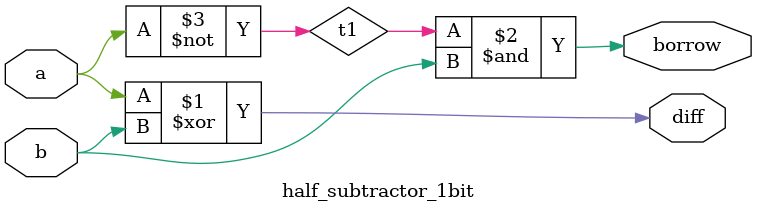
<source format=v>
`timescale 1ns / 1ps


module half_subtractor_1bit(
    output diff,borrow,
    input a,b
    );
    wire t1;
    xor x1(diff,a,b);
    not n1(t1,a);
    and a1(borrow,t1,b);
    
endmodule

</source>
